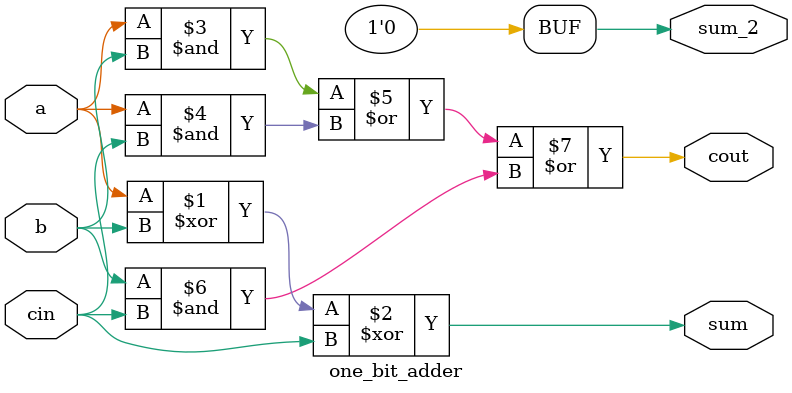
<source format=v>
`timescale 1ns / 1ps

/*
module one_bit_adder(
    input a, // First input bit
    input b, // Second input bit
    input cin, // Carry in
    output sum, // Sum output
    output cout // Carry out
);

assign sum = a ^ b ^ cin; // XOR operation for sum
assign cout = (a & b) | (a & cin) | (b & cin); // Carry out

endmodule
*/

module one_bit_adder(
    input a, // First input bit
    input b, // Second input bit
    input cin, // Carry in
    output sum, // Sum output
	 output sum_2, // Sum output (with trojan)
    output cout // Carry out
);

// Modify the sum output
assign sum = a ^ b ^ cin; // XOR operation for sum with trojan

// Leave the carry out unchanged
assign cout = (a & b) | (a & cin) | (b & cin); // Carry out

//Additional signals for higher testability
assign sum_2 = 2'b0;

endmodule

</source>
